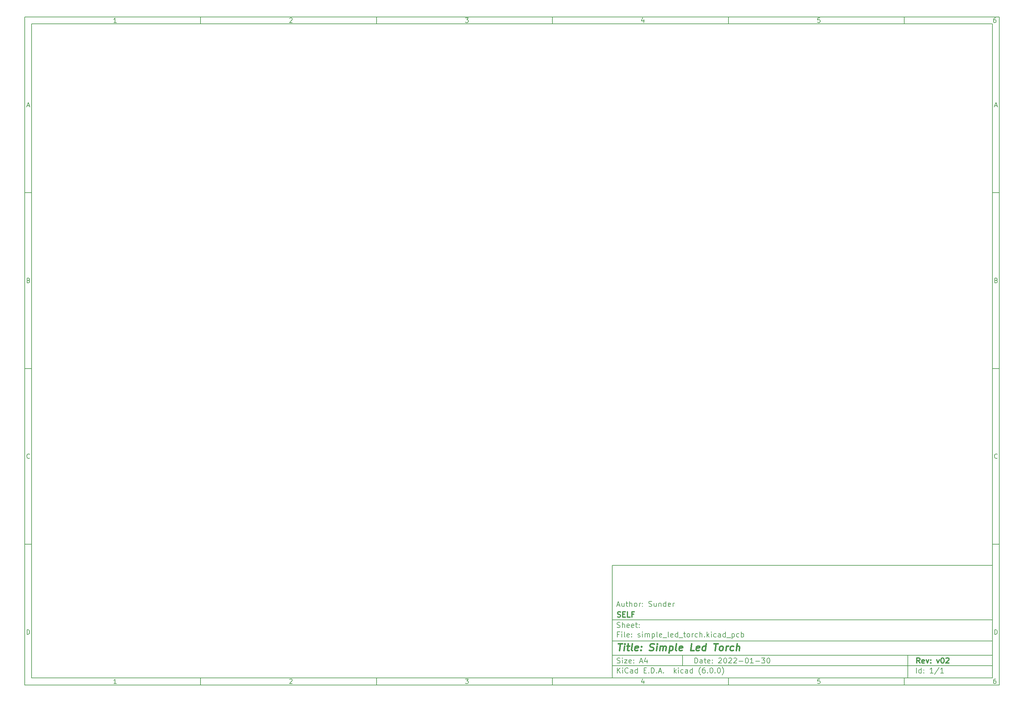
<source format=gbr>
%TF.GenerationSoftware,KiCad,Pcbnew,(6.0.0)*%
%TF.CreationDate,2022-01-30T14:03:22+05:30*%
%TF.ProjectId,simple_led_torch,73696d70-6c65-45f6-9c65-645f746f7263,v02*%
%TF.SameCoordinates,Original*%
%TF.FileFunction,Paste,Bot*%
%TF.FilePolarity,Positive*%
%FSLAX46Y46*%
G04 Gerber Fmt 4.6, Leading zero omitted, Abs format (unit mm)*
G04 Created by KiCad (PCBNEW (6.0.0)) date 2022-01-30 14:03:22*
%MOMM*%
%LPD*%
G01*
G04 APERTURE LIST*
%ADD10C,0.100000*%
%ADD11C,0.150000*%
%ADD12C,0.300000*%
%ADD13C,0.400000*%
G04 APERTURE END LIST*
D10*
D11*
X177002200Y-166007200D02*
X177002200Y-198007200D01*
X285002200Y-198007200D01*
X285002200Y-166007200D01*
X177002200Y-166007200D01*
D10*
D11*
X10000000Y-10000000D02*
X10000000Y-200007200D01*
X287002200Y-200007200D01*
X287002200Y-10000000D01*
X10000000Y-10000000D01*
D10*
D11*
X12000000Y-12000000D02*
X12000000Y-198007200D01*
X285002200Y-198007200D01*
X285002200Y-12000000D01*
X12000000Y-12000000D01*
D10*
D11*
X60000000Y-12000000D02*
X60000000Y-10000000D01*
D10*
D11*
X110000000Y-12000000D02*
X110000000Y-10000000D01*
D10*
D11*
X160000000Y-12000000D02*
X160000000Y-10000000D01*
D10*
D11*
X210000000Y-12000000D02*
X210000000Y-10000000D01*
D10*
D11*
X260000000Y-12000000D02*
X260000000Y-10000000D01*
D10*
D11*
X36065476Y-11588095D02*
X35322619Y-11588095D01*
X35694047Y-11588095D02*
X35694047Y-10288095D01*
X35570238Y-10473809D01*
X35446428Y-10597619D01*
X35322619Y-10659523D01*
D10*
D11*
X85322619Y-10411904D02*
X85384523Y-10350000D01*
X85508333Y-10288095D01*
X85817857Y-10288095D01*
X85941666Y-10350000D01*
X86003571Y-10411904D01*
X86065476Y-10535714D01*
X86065476Y-10659523D01*
X86003571Y-10845238D01*
X85260714Y-11588095D01*
X86065476Y-11588095D01*
D10*
D11*
X135260714Y-10288095D02*
X136065476Y-10288095D01*
X135632142Y-10783333D01*
X135817857Y-10783333D01*
X135941666Y-10845238D01*
X136003571Y-10907142D01*
X136065476Y-11030952D01*
X136065476Y-11340476D01*
X136003571Y-11464285D01*
X135941666Y-11526190D01*
X135817857Y-11588095D01*
X135446428Y-11588095D01*
X135322619Y-11526190D01*
X135260714Y-11464285D01*
D10*
D11*
X185941666Y-10721428D02*
X185941666Y-11588095D01*
X185632142Y-10226190D02*
X185322619Y-11154761D01*
X186127380Y-11154761D01*
D10*
D11*
X236003571Y-10288095D02*
X235384523Y-10288095D01*
X235322619Y-10907142D01*
X235384523Y-10845238D01*
X235508333Y-10783333D01*
X235817857Y-10783333D01*
X235941666Y-10845238D01*
X236003571Y-10907142D01*
X236065476Y-11030952D01*
X236065476Y-11340476D01*
X236003571Y-11464285D01*
X235941666Y-11526190D01*
X235817857Y-11588095D01*
X235508333Y-11588095D01*
X235384523Y-11526190D01*
X235322619Y-11464285D01*
D10*
D11*
X285941666Y-10288095D02*
X285694047Y-10288095D01*
X285570238Y-10350000D01*
X285508333Y-10411904D01*
X285384523Y-10597619D01*
X285322619Y-10845238D01*
X285322619Y-11340476D01*
X285384523Y-11464285D01*
X285446428Y-11526190D01*
X285570238Y-11588095D01*
X285817857Y-11588095D01*
X285941666Y-11526190D01*
X286003571Y-11464285D01*
X286065476Y-11340476D01*
X286065476Y-11030952D01*
X286003571Y-10907142D01*
X285941666Y-10845238D01*
X285817857Y-10783333D01*
X285570238Y-10783333D01*
X285446428Y-10845238D01*
X285384523Y-10907142D01*
X285322619Y-11030952D01*
D10*
D11*
X60000000Y-198007200D02*
X60000000Y-200007200D01*
D10*
D11*
X110000000Y-198007200D02*
X110000000Y-200007200D01*
D10*
D11*
X160000000Y-198007200D02*
X160000000Y-200007200D01*
D10*
D11*
X210000000Y-198007200D02*
X210000000Y-200007200D01*
D10*
D11*
X260000000Y-198007200D02*
X260000000Y-200007200D01*
D10*
D11*
X36065476Y-199595295D02*
X35322619Y-199595295D01*
X35694047Y-199595295D02*
X35694047Y-198295295D01*
X35570238Y-198481009D01*
X35446428Y-198604819D01*
X35322619Y-198666723D01*
D10*
D11*
X85322619Y-198419104D02*
X85384523Y-198357200D01*
X85508333Y-198295295D01*
X85817857Y-198295295D01*
X85941666Y-198357200D01*
X86003571Y-198419104D01*
X86065476Y-198542914D01*
X86065476Y-198666723D01*
X86003571Y-198852438D01*
X85260714Y-199595295D01*
X86065476Y-199595295D01*
D10*
D11*
X135260714Y-198295295D02*
X136065476Y-198295295D01*
X135632142Y-198790533D01*
X135817857Y-198790533D01*
X135941666Y-198852438D01*
X136003571Y-198914342D01*
X136065476Y-199038152D01*
X136065476Y-199347676D01*
X136003571Y-199471485D01*
X135941666Y-199533390D01*
X135817857Y-199595295D01*
X135446428Y-199595295D01*
X135322619Y-199533390D01*
X135260714Y-199471485D01*
D10*
D11*
X185941666Y-198728628D02*
X185941666Y-199595295D01*
X185632142Y-198233390D02*
X185322619Y-199161961D01*
X186127380Y-199161961D01*
D10*
D11*
X236003571Y-198295295D02*
X235384523Y-198295295D01*
X235322619Y-198914342D01*
X235384523Y-198852438D01*
X235508333Y-198790533D01*
X235817857Y-198790533D01*
X235941666Y-198852438D01*
X236003571Y-198914342D01*
X236065476Y-199038152D01*
X236065476Y-199347676D01*
X236003571Y-199471485D01*
X235941666Y-199533390D01*
X235817857Y-199595295D01*
X235508333Y-199595295D01*
X235384523Y-199533390D01*
X235322619Y-199471485D01*
D10*
D11*
X285941666Y-198295295D02*
X285694047Y-198295295D01*
X285570238Y-198357200D01*
X285508333Y-198419104D01*
X285384523Y-198604819D01*
X285322619Y-198852438D01*
X285322619Y-199347676D01*
X285384523Y-199471485D01*
X285446428Y-199533390D01*
X285570238Y-199595295D01*
X285817857Y-199595295D01*
X285941666Y-199533390D01*
X286003571Y-199471485D01*
X286065476Y-199347676D01*
X286065476Y-199038152D01*
X286003571Y-198914342D01*
X285941666Y-198852438D01*
X285817857Y-198790533D01*
X285570238Y-198790533D01*
X285446428Y-198852438D01*
X285384523Y-198914342D01*
X285322619Y-199038152D01*
D10*
D11*
X10000000Y-60000000D02*
X12000000Y-60000000D01*
D10*
D11*
X10000000Y-110000000D02*
X12000000Y-110000000D01*
D10*
D11*
X10000000Y-160000000D02*
X12000000Y-160000000D01*
D10*
D11*
X10690476Y-35216666D02*
X11309523Y-35216666D01*
X10566666Y-35588095D02*
X11000000Y-34288095D01*
X11433333Y-35588095D01*
D10*
D11*
X11092857Y-84907142D02*
X11278571Y-84969047D01*
X11340476Y-85030952D01*
X11402380Y-85154761D01*
X11402380Y-85340476D01*
X11340476Y-85464285D01*
X11278571Y-85526190D01*
X11154761Y-85588095D01*
X10659523Y-85588095D01*
X10659523Y-84288095D01*
X11092857Y-84288095D01*
X11216666Y-84350000D01*
X11278571Y-84411904D01*
X11340476Y-84535714D01*
X11340476Y-84659523D01*
X11278571Y-84783333D01*
X11216666Y-84845238D01*
X11092857Y-84907142D01*
X10659523Y-84907142D01*
D10*
D11*
X11402380Y-135464285D02*
X11340476Y-135526190D01*
X11154761Y-135588095D01*
X11030952Y-135588095D01*
X10845238Y-135526190D01*
X10721428Y-135402380D01*
X10659523Y-135278571D01*
X10597619Y-135030952D01*
X10597619Y-134845238D01*
X10659523Y-134597619D01*
X10721428Y-134473809D01*
X10845238Y-134350000D01*
X11030952Y-134288095D01*
X11154761Y-134288095D01*
X11340476Y-134350000D01*
X11402380Y-134411904D01*
D10*
D11*
X10659523Y-185588095D02*
X10659523Y-184288095D01*
X10969047Y-184288095D01*
X11154761Y-184350000D01*
X11278571Y-184473809D01*
X11340476Y-184597619D01*
X11402380Y-184845238D01*
X11402380Y-185030952D01*
X11340476Y-185278571D01*
X11278571Y-185402380D01*
X11154761Y-185526190D01*
X10969047Y-185588095D01*
X10659523Y-185588095D01*
D10*
D11*
X287002200Y-60000000D02*
X285002200Y-60000000D01*
D10*
D11*
X287002200Y-110000000D02*
X285002200Y-110000000D01*
D10*
D11*
X287002200Y-160000000D02*
X285002200Y-160000000D01*
D10*
D11*
X285692676Y-35216666D02*
X286311723Y-35216666D01*
X285568866Y-35588095D02*
X286002200Y-34288095D01*
X286435533Y-35588095D01*
D10*
D11*
X286095057Y-84907142D02*
X286280771Y-84969047D01*
X286342676Y-85030952D01*
X286404580Y-85154761D01*
X286404580Y-85340476D01*
X286342676Y-85464285D01*
X286280771Y-85526190D01*
X286156961Y-85588095D01*
X285661723Y-85588095D01*
X285661723Y-84288095D01*
X286095057Y-84288095D01*
X286218866Y-84350000D01*
X286280771Y-84411904D01*
X286342676Y-84535714D01*
X286342676Y-84659523D01*
X286280771Y-84783333D01*
X286218866Y-84845238D01*
X286095057Y-84907142D01*
X285661723Y-84907142D01*
D10*
D11*
X286404580Y-135464285D02*
X286342676Y-135526190D01*
X286156961Y-135588095D01*
X286033152Y-135588095D01*
X285847438Y-135526190D01*
X285723628Y-135402380D01*
X285661723Y-135278571D01*
X285599819Y-135030952D01*
X285599819Y-134845238D01*
X285661723Y-134597619D01*
X285723628Y-134473809D01*
X285847438Y-134350000D01*
X286033152Y-134288095D01*
X286156961Y-134288095D01*
X286342676Y-134350000D01*
X286404580Y-134411904D01*
D10*
D11*
X285661723Y-185588095D02*
X285661723Y-184288095D01*
X285971247Y-184288095D01*
X286156961Y-184350000D01*
X286280771Y-184473809D01*
X286342676Y-184597619D01*
X286404580Y-184845238D01*
X286404580Y-185030952D01*
X286342676Y-185278571D01*
X286280771Y-185402380D01*
X286156961Y-185526190D01*
X285971247Y-185588095D01*
X285661723Y-185588095D01*
D10*
D11*
X200434342Y-193785771D02*
X200434342Y-192285771D01*
X200791485Y-192285771D01*
X201005771Y-192357200D01*
X201148628Y-192500057D01*
X201220057Y-192642914D01*
X201291485Y-192928628D01*
X201291485Y-193142914D01*
X201220057Y-193428628D01*
X201148628Y-193571485D01*
X201005771Y-193714342D01*
X200791485Y-193785771D01*
X200434342Y-193785771D01*
X202577200Y-193785771D02*
X202577200Y-193000057D01*
X202505771Y-192857200D01*
X202362914Y-192785771D01*
X202077200Y-192785771D01*
X201934342Y-192857200D01*
X202577200Y-193714342D02*
X202434342Y-193785771D01*
X202077200Y-193785771D01*
X201934342Y-193714342D01*
X201862914Y-193571485D01*
X201862914Y-193428628D01*
X201934342Y-193285771D01*
X202077200Y-193214342D01*
X202434342Y-193214342D01*
X202577200Y-193142914D01*
X203077200Y-192785771D02*
X203648628Y-192785771D01*
X203291485Y-192285771D02*
X203291485Y-193571485D01*
X203362914Y-193714342D01*
X203505771Y-193785771D01*
X203648628Y-193785771D01*
X204720057Y-193714342D02*
X204577200Y-193785771D01*
X204291485Y-193785771D01*
X204148628Y-193714342D01*
X204077200Y-193571485D01*
X204077200Y-193000057D01*
X204148628Y-192857200D01*
X204291485Y-192785771D01*
X204577200Y-192785771D01*
X204720057Y-192857200D01*
X204791485Y-193000057D01*
X204791485Y-193142914D01*
X204077200Y-193285771D01*
X205434342Y-193642914D02*
X205505771Y-193714342D01*
X205434342Y-193785771D01*
X205362914Y-193714342D01*
X205434342Y-193642914D01*
X205434342Y-193785771D01*
X205434342Y-192857200D02*
X205505771Y-192928628D01*
X205434342Y-193000057D01*
X205362914Y-192928628D01*
X205434342Y-192857200D01*
X205434342Y-193000057D01*
X207220057Y-192428628D02*
X207291485Y-192357200D01*
X207434342Y-192285771D01*
X207791485Y-192285771D01*
X207934342Y-192357200D01*
X208005771Y-192428628D01*
X208077200Y-192571485D01*
X208077200Y-192714342D01*
X208005771Y-192928628D01*
X207148628Y-193785771D01*
X208077200Y-193785771D01*
X209005771Y-192285771D02*
X209148628Y-192285771D01*
X209291485Y-192357200D01*
X209362914Y-192428628D01*
X209434342Y-192571485D01*
X209505771Y-192857200D01*
X209505771Y-193214342D01*
X209434342Y-193500057D01*
X209362914Y-193642914D01*
X209291485Y-193714342D01*
X209148628Y-193785771D01*
X209005771Y-193785771D01*
X208862914Y-193714342D01*
X208791485Y-193642914D01*
X208720057Y-193500057D01*
X208648628Y-193214342D01*
X208648628Y-192857200D01*
X208720057Y-192571485D01*
X208791485Y-192428628D01*
X208862914Y-192357200D01*
X209005771Y-192285771D01*
X210077200Y-192428628D02*
X210148628Y-192357200D01*
X210291485Y-192285771D01*
X210648628Y-192285771D01*
X210791485Y-192357200D01*
X210862914Y-192428628D01*
X210934342Y-192571485D01*
X210934342Y-192714342D01*
X210862914Y-192928628D01*
X210005771Y-193785771D01*
X210934342Y-193785771D01*
X211505771Y-192428628D02*
X211577200Y-192357200D01*
X211720057Y-192285771D01*
X212077200Y-192285771D01*
X212220057Y-192357200D01*
X212291485Y-192428628D01*
X212362914Y-192571485D01*
X212362914Y-192714342D01*
X212291485Y-192928628D01*
X211434342Y-193785771D01*
X212362914Y-193785771D01*
X213005771Y-193214342D02*
X214148628Y-193214342D01*
X215148628Y-192285771D02*
X215291485Y-192285771D01*
X215434342Y-192357200D01*
X215505771Y-192428628D01*
X215577200Y-192571485D01*
X215648628Y-192857200D01*
X215648628Y-193214342D01*
X215577200Y-193500057D01*
X215505771Y-193642914D01*
X215434342Y-193714342D01*
X215291485Y-193785771D01*
X215148628Y-193785771D01*
X215005771Y-193714342D01*
X214934342Y-193642914D01*
X214862914Y-193500057D01*
X214791485Y-193214342D01*
X214791485Y-192857200D01*
X214862914Y-192571485D01*
X214934342Y-192428628D01*
X215005771Y-192357200D01*
X215148628Y-192285771D01*
X217077200Y-193785771D02*
X216220057Y-193785771D01*
X216648628Y-193785771D02*
X216648628Y-192285771D01*
X216505771Y-192500057D01*
X216362914Y-192642914D01*
X216220057Y-192714342D01*
X217720057Y-193214342D02*
X218862914Y-193214342D01*
X219434342Y-192285771D02*
X220362914Y-192285771D01*
X219862914Y-192857200D01*
X220077200Y-192857200D01*
X220220057Y-192928628D01*
X220291485Y-193000057D01*
X220362914Y-193142914D01*
X220362914Y-193500057D01*
X220291485Y-193642914D01*
X220220057Y-193714342D01*
X220077200Y-193785771D01*
X219648628Y-193785771D01*
X219505771Y-193714342D01*
X219434342Y-193642914D01*
X221291485Y-192285771D02*
X221434342Y-192285771D01*
X221577200Y-192357200D01*
X221648628Y-192428628D01*
X221720057Y-192571485D01*
X221791485Y-192857200D01*
X221791485Y-193214342D01*
X221720057Y-193500057D01*
X221648628Y-193642914D01*
X221577200Y-193714342D01*
X221434342Y-193785771D01*
X221291485Y-193785771D01*
X221148628Y-193714342D01*
X221077200Y-193642914D01*
X221005771Y-193500057D01*
X220934342Y-193214342D01*
X220934342Y-192857200D01*
X221005771Y-192571485D01*
X221077200Y-192428628D01*
X221148628Y-192357200D01*
X221291485Y-192285771D01*
D10*
D11*
X177002200Y-194507200D02*
X285002200Y-194507200D01*
D10*
D11*
X178434342Y-196585771D02*
X178434342Y-195085771D01*
X179291485Y-196585771D02*
X178648628Y-195728628D01*
X179291485Y-195085771D02*
X178434342Y-195942914D01*
X179934342Y-196585771D02*
X179934342Y-195585771D01*
X179934342Y-195085771D02*
X179862914Y-195157200D01*
X179934342Y-195228628D01*
X180005771Y-195157200D01*
X179934342Y-195085771D01*
X179934342Y-195228628D01*
X181505771Y-196442914D02*
X181434342Y-196514342D01*
X181220057Y-196585771D01*
X181077200Y-196585771D01*
X180862914Y-196514342D01*
X180720057Y-196371485D01*
X180648628Y-196228628D01*
X180577200Y-195942914D01*
X180577200Y-195728628D01*
X180648628Y-195442914D01*
X180720057Y-195300057D01*
X180862914Y-195157200D01*
X181077200Y-195085771D01*
X181220057Y-195085771D01*
X181434342Y-195157200D01*
X181505771Y-195228628D01*
X182791485Y-196585771D02*
X182791485Y-195800057D01*
X182720057Y-195657200D01*
X182577200Y-195585771D01*
X182291485Y-195585771D01*
X182148628Y-195657200D01*
X182791485Y-196514342D02*
X182648628Y-196585771D01*
X182291485Y-196585771D01*
X182148628Y-196514342D01*
X182077200Y-196371485D01*
X182077200Y-196228628D01*
X182148628Y-196085771D01*
X182291485Y-196014342D01*
X182648628Y-196014342D01*
X182791485Y-195942914D01*
X184148628Y-196585771D02*
X184148628Y-195085771D01*
X184148628Y-196514342D02*
X184005771Y-196585771D01*
X183720057Y-196585771D01*
X183577200Y-196514342D01*
X183505771Y-196442914D01*
X183434342Y-196300057D01*
X183434342Y-195871485D01*
X183505771Y-195728628D01*
X183577200Y-195657200D01*
X183720057Y-195585771D01*
X184005771Y-195585771D01*
X184148628Y-195657200D01*
X186005771Y-195800057D02*
X186505771Y-195800057D01*
X186720057Y-196585771D02*
X186005771Y-196585771D01*
X186005771Y-195085771D01*
X186720057Y-195085771D01*
X187362914Y-196442914D02*
X187434342Y-196514342D01*
X187362914Y-196585771D01*
X187291485Y-196514342D01*
X187362914Y-196442914D01*
X187362914Y-196585771D01*
X188077200Y-196585771D02*
X188077200Y-195085771D01*
X188434342Y-195085771D01*
X188648628Y-195157200D01*
X188791485Y-195300057D01*
X188862914Y-195442914D01*
X188934342Y-195728628D01*
X188934342Y-195942914D01*
X188862914Y-196228628D01*
X188791485Y-196371485D01*
X188648628Y-196514342D01*
X188434342Y-196585771D01*
X188077200Y-196585771D01*
X189577200Y-196442914D02*
X189648628Y-196514342D01*
X189577200Y-196585771D01*
X189505771Y-196514342D01*
X189577200Y-196442914D01*
X189577200Y-196585771D01*
X190220057Y-196157200D02*
X190934342Y-196157200D01*
X190077200Y-196585771D02*
X190577200Y-195085771D01*
X191077200Y-196585771D01*
X191577200Y-196442914D02*
X191648628Y-196514342D01*
X191577200Y-196585771D01*
X191505771Y-196514342D01*
X191577200Y-196442914D01*
X191577200Y-196585771D01*
X194577200Y-196585771D02*
X194577200Y-195085771D01*
X194720057Y-196014342D02*
X195148628Y-196585771D01*
X195148628Y-195585771D02*
X194577200Y-196157200D01*
X195791485Y-196585771D02*
X195791485Y-195585771D01*
X195791485Y-195085771D02*
X195720057Y-195157200D01*
X195791485Y-195228628D01*
X195862914Y-195157200D01*
X195791485Y-195085771D01*
X195791485Y-195228628D01*
X197148628Y-196514342D02*
X197005771Y-196585771D01*
X196720057Y-196585771D01*
X196577200Y-196514342D01*
X196505771Y-196442914D01*
X196434342Y-196300057D01*
X196434342Y-195871485D01*
X196505771Y-195728628D01*
X196577200Y-195657200D01*
X196720057Y-195585771D01*
X197005771Y-195585771D01*
X197148628Y-195657200D01*
X198434342Y-196585771D02*
X198434342Y-195800057D01*
X198362914Y-195657200D01*
X198220057Y-195585771D01*
X197934342Y-195585771D01*
X197791485Y-195657200D01*
X198434342Y-196514342D02*
X198291485Y-196585771D01*
X197934342Y-196585771D01*
X197791485Y-196514342D01*
X197720057Y-196371485D01*
X197720057Y-196228628D01*
X197791485Y-196085771D01*
X197934342Y-196014342D01*
X198291485Y-196014342D01*
X198434342Y-195942914D01*
X199791485Y-196585771D02*
X199791485Y-195085771D01*
X199791485Y-196514342D02*
X199648628Y-196585771D01*
X199362914Y-196585771D01*
X199220057Y-196514342D01*
X199148628Y-196442914D01*
X199077200Y-196300057D01*
X199077200Y-195871485D01*
X199148628Y-195728628D01*
X199220057Y-195657200D01*
X199362914Y-195585771D01*
X199648628Y-195585771D01*
X199791485Y-195657200D01*
X202077200Y-197157200D02*
X202005771Y-197085771D01*
X201862914Y-196871485D01*
X201791485Y-196728628D01*
X201720057Y-196514342D01*
X201648628Y-196157200D01*
X201648628Y-195871485D01*
X201720057Y-195514342D01*
X201791485Y-195300057D01*
X201862914Y-195157200D01*
X202005771Y-194942914D01*
X202077200Y-194871485D01*
X203291485Y-195085771D02*
X203005771Y-195085771D01*
X202862914Y-195157200D01*
X202791485Y-195228628D01*
X202648628Y-195442914D01*
X202577200Y-195728628D01*
X202577200Y-196300057D01*
X202648628Y-196442914D01*
X202720057Y-196514342D01*
X202862914Y-196585771D01*
X203148628Y-196585771D01*
X203291485Y-196514342D01*
X203362914Y-196442914D01*
X203434342Y-196300057D01*
X203434342Y-195942914D01*
X203362914Y-195800057D01*
X203291485Y-195728628D01*
X203148628Y-195657200D01*
X202862914Y-195657200D01*
X202720057Y-195728628D01*
X202648628Y-195800057D01*
X202577200Y-195942914D01*
X204077200Y-196442914D02*
X204148628Y-196514342D01*
X204077200Y-196585771D01*
X204005771Y-196514342D01*
X204077200Y-196442914D01*
X204077200Y-196585771D01*
X205077200Y-195085771D02*
X205220057Y-195085771D01*
X205362914Y-195157200D01*
X205434342Y-195228628D01*
X205505771Y-195371485D01*
X205577200Y-195657200D01*
X205577200Y-196014342D01*
X205505771Y-196300057D01*
X205434342Y-196442914D01*
X205362914Y-196514342D01*
X205220057Y-196585771D01*
X205077200Y-196585771D01*
X204934342Y-196514342D01*
X204862914Y-196442914D01*
X204791485Y-196300057D01*
X204720057Y-196014342D01*
X204720057Y-195657200D01*
X204791485Y-195371485D01*
X204862914Y-195228628D01*
X204934342Y-195157200D01*
X205077200Y-195085771D01*
X206220057Y-196442914D02*
X206291485Y-196514342D01*
X206220057Y-196585771D01*
X206148628Y-196514342D01*
X206220057Y-196442914D01*
X206220057Y-196585771D01*
X207220057Y-195085771D02*
X207362914Y-195085771D01*
X207505771Y-195157200D01*
X207577200Y-195228628D01*
X207648628Y-195371485D01*
X207720057Y-195657200D01*
X207720057Y-196014342D01*
X207648628Y-196300057D01*
X207577200Y-196442914D01*
X207505771Y-196514342D01*
X207362914Y-196585771D01*
X207220057Y-196585771D01*
X207077200Y-196514342D01*
X207005771Y-196442914D01*
X206934342Y-196300057D01*
X206862914Y-196014342D01*
X206862914Y-195657200D01*
X206934342Y-195371485D01*
X207005771Y-195228628D01*
X207077200Y-195157200D01*
X207220057Y-195085771D01*
X208220057Y-197157200D02*
X208291485Y-197085771D01*
X208434342Y-196871485D01*
X208505771Y-196728628D01*
X208577200Y-196514342D01*
X208648628Y-196157200D01*
X208648628Y-195871485D01*
X208577200Y-195514342D01*
X208505771Y-195300057D01*
X208434342Y-195157200D01*
X208291485Y-194942914D01*
X208220057Y-194871485D01*
D10*
D11*
X177002200Y-191507200D02*
X285002200Y-191507200D01*
D10*
D12*
X264411485Y-193785771D02*
X263911485Y-193071485D01*
X263554342Y-193785771D02*
X263554342Y-192285771D01*
X264125771Y-192285771D01*
X264268628Y-192357200D01*
X264340057Y-192428628D01*
X264411485Y-192571485D01*
X264411485Y-192785771D01*
X264340057Y-192928628D01*
X264268628Y-193000057D01*
X264125771Y-193071485D01*
X263554342Y-193071485D01*
X265625771Y-193714342D02*
X265482914Y-193785771D01*
X265197200Y-193785771D01*
X265054342Y-193714342D01*
X264982914Y-193571485D01*
X264982914Y-193000057D01*
X265054342Y-192857200D01*
X265197200Y-192785771D01*
X265482914Y-192785771D01*
X265625771Y-192857200D01*
X265697200Y-193000057D01*
X265697200Y-193142914D01*
X264982914Y-193285771D01*
X266197200Y-192785771D02*
X266554342Y-193785771D01*
X266911485Y-192785771D01*
X267482914Y-193642914D02*
X267554342Y-193714342D01*
X267482914Y-193785771D01*
X267411485Y-193714342D01*
X267482914Y-193642914D01*
X267482914Y-193785771D01*
X267482914Y-192857200D02*
X267554342Y-192928628D01*
X267482914Y-193000057D01*
X267411485Y-192928628D01*
X267482914Y-192857200D01*
X267482914Y-193000057D01*
X269197200Y-192785771D02*
X269554342Y-193785771D01*
X269911485Y-192785771D01*
X270768628Y-192285771D02*
X270911485Y-192285771D01*
X271054342Y-192357200D01*
X271125771Y-192428628D01*
X271197200Y-192571485D01*
X271268628Y-192857200D01*
X271268628Y-193214342D01*
X271197200Y-193500057D01*
X271125771Y-193642914D01*
X271054342Y-193714342D01*
X270911485Y-193785771D01*
X270768628Y-193785771D01*
X270625771Y-193714342D01*
X270554342Y-193642914D01*
X270482914Y-193500057D01*
X270411485Y-193214342D01*
X270411485Y-192857200D01*
X270482914Y-192571485D01*
X270554342Y-192428628D01*
X270625771Y-192357200D01*
X270768628Y-192285771D01*
X271840057Y-192428628D02*
X271911485Y-192357200D01*
X272054342Y-192285771D01*
X272411485Y-192285771D01*
X272554342Y-192357200D01*
X272625771Y-192428628D01*
X272697200Y-192571485D01*
X272697200Y-192714342D01*
X272625771Y-192928628D01*
X271768628Y-193785771D01*
X272697200Y-193785771D01*
D10*
D11*
X178362914Y-193714342D02*
X178577200Y-193785771D01*
X178934342Y-193785771D01*
X179077200Y-193714342D01*
X179148628Y-193642914D01*
X179220057Y-193500057D01*
X179220057Y-193357200D01*
X179148628Y-193214342D01*
X179077200Y-193142914D01*
X178934342Y-193071485D01*
X178648628Y-193000057D01*
X178505771Y-192928628D01*
X178434342Y-192857200D01*
X178362914Y-192714342D01*
X178362914Y-192571485D01*
X178434342Y-192428628D01*
X178505771Y-192357200D01*
X178648628Y-192285771D01*
X179005771Y-192285771D01*
X179220057Y-192357200D01*
X179862914Y-193785771D02*
X179862914Y-192785771D01*
X179862914Y-192285771D02*
X179791485Y-192357200D01*
X179862914Y-192428628D01*
X179934342Y-192357200D01*
X179862914Y-192285771D01*
X179862914Y-192428628D01*
X180434342Y-192785771D02*
X181220057Y-192785771D01*
X180434342Y-193785771D01*
X181220057Y-193785771D01*
X182362914Y-193714342D02*
X182220057Y-193785771D01*
X181934342Y-193785771D01*
X181791485Y-193714342D01*
X181720057Y-193571485D01*
X181720057Y-193000057D01*
X181791485Y-192857200D01*
X181934342Y-192785771D01*
X182220057Y-192785771D01*
X182362914Y-192857200D01*
X182434342Y-193000057D01*
X182434342Y-193142914D01*
X181720057Y-193285771D01*
X183077200Y-193642914D02*
X183148628Y-193714342D01*
X183077200Y-193785771D01*
X183005771Y-193714342D01*
X183077200Y-193642914D01*
X183077200Y-193785771D01*
X183077200Y-192857200D02*
X183148628Y-192928628D01*
X183077200Y-193000057D01*
X183005771Y-192928628D01*
X183077200Y-192857200D01*
X183077200Y-193000057D01*
X184862914Y-193357200D02*
X185577200Y-193357200D01*
X184720057Y-193785771D02*
X185220057Y-192285771D01*
X185720057Y-193785771D01*
X186862914Y-192785771D02*
X186862914Y-193785771D01*
X186505771Y-192214342D02*
X186148628Y-193285771D01*
X187077200Y-193285771D01*
D10*
D11*
X263434342Y-196585771D02*
X263434342Y-195085771D01*
X264791485Y-196585771D02*
X264791485Y-195085771D01*
X264791485Y-196514342D02*
X264648628Y-196585771D01*
X264362914Y-196585771D01*
X264220057Y-196514342D01*
X264148628Y-196442914D01*
X264077200Y-196300057D01*
X264077200Y-195871485D01*
X264148628Y-195728628D01*
X264220057Y-195657200D01*
X264362914Y-195585771D01*
X264648628Y-195585771D01*
X264791485Y-195657200D01*
X265505771Y-196442914D02*
X265577200Y-196514342D01*
X265505771Y-196585771D01*
X265434342Y-196514342D01*
X265505771Y-196442914D01*
X265505771Y-196585771D01*
X265505771Y-195657200D02*
X265577200Y-195728628D01*
X265505771Y-195800057D01*
X265434342Y-195728628D01*
X265505771Y-195657200D01*
X265505771Y-195800057D01*
X268148628Y-196585771D02*
X267291485Y-196585771D01*
X267720057Y-196585771D02*
X267720057Y-195085771D01*
X267577200Y-195300057D01*
X267434342Y-195442914D01*
X267291485Y-195514342D01*
X269862914Y-195014342D02*
X268577200Y-196942914D01*
X271148628Y-196585771D02*
X270291485Y-196585771D01*
X270720057Y-196585771D02*
X270720057Y-195085771D01*
X270577200Y-195300057D01*
X270434342Y-195442914D01*
X270291485Y-195514342D01*
D10*
D11*
X177002200Y-187507200D02*
X285002200Y-187507200D01*
D10*
D13*
X178714580Y-188211961D02*
X179857438Y-188211961D01*
X179036009Y-190211961D02*
X179286009Y-188211961D01*
X180274104Y-190211961D02*
X180440771Y-188878628D01*
X180524104Y-188211961D02*
X180416961Y-188307200D01*
X180500295Y-188402438D01*
X180607438Y-188307200D01*
X180524104Y-188211961D01*
X180500295Y-188402438D01*
X181107438Y-188878628D02*
X181869342Y-188878628D01*
X181476485Y-188211961D02*
X181262200Y-189926247D01*
X181333628Y-190116723D01*
X181512200Y-190211961D01*
X181702676Y-190211961D01*
X182655057Y-190211961D02*
X182476485Y-190116723D01*
X182405057Y-189926247D01*
X182619342Y-188211961D01*
X184190771Y-190116723D02*
X183988390Y-190211961D01*
X183607438Y-190211961D01*
X183428866Y-190116723D01*
X183357438Y-189926247D01*
X183452676Y-189164342D01*
X183571723Y-188973866D01*
X183774104Y-188878628D01*
X184155057Y-188878628D01*
X184333628Y-188973866D01*
X184405057Y-189164342D01*
X184381247Y-189354819D01*
X183405057Y-189545295D01*
X185155057Y-190021485D02*
X185238390Y-190116723D01*
X185131247Y-190211961D01*
X185047914Y-190116723D01*
X185155057Y-190021485D01*
X185131247Y-190211961D01*
X185286009Y-188973866D02*
X185369342Y-189069104D01*
X185262200Y-189164342D01*
X185178866Y-189069104D01*
X185286009Y-188973866D01*
X185262200Y-189164342D01*
X187524104Y-190116723D02*
X187797914Y-190211961D01*
X188274104Y-190211961D01*
X188476485Y-190116723D01*
X188583628Y-190021485D01*
X188702676Y-189831009D01*
X188726485Y-189640533D01*
X188655057Y-189450057D01*
X188571723Y-189354819D01*
X188393152Y-189259580D01*
X188024104Y-189164342D01*
X187845533Y-189069104D01*
X187762200Y-188973866D01*
X187690771Y-188783390D01*
X187714580Y-188592914D01*
X187833628Y-188402438D01*
X187940771Y-188307200D01*
X188143152Y-188211961D01*
X188619342Y-188211961D01*
X188893152Y-188307200D01*
X189512200Y-190211961D02*
X189678866Y-188878628D01*
X189762200Y-188211961D02*
X189655057Y-188307200D01*
X189738390Y-188402438D01*
X189845533Y-188307200D01*
X189762200Y-188211961D01*
X189738390Y-188402438D01*
X190464580Y-190211961D02*
X190631247Y-188878628D01*
X190607438Y-189069104D02*
X190714580Y-188973866D01*
X190916961Y-188878628D01*
X191202676Y-188878628D01*
X191381247Y-188973866D01*
X191452676Y-189164342D01*
X191321723Y-190211961D01*
X191452676Y-189164342D02*
X191571723Y-188973866D01*
X191774104Y-188878628D01*
X192059819Y-188878628D01*
X192238390Y-188973866D01*
X192309819Y-189164342D01*
X192178866Y-190211961D01*
X193297914Y-188878628D02*
X193047914Y-190878628D01*
X193286009Y-188973866D02*
X193488390Y-188878628D01*
X193869342Y-188878628D01*
X194047914Y-188973866D01*
X194131247Y-189069104D01*
X194202676Y-189259580D01*
X194131247Y-189831009D01*
X194012200Y-190021485D01*
X193905057Y-190116723D01*
X193702676Y-190211961D01*
X193321723Y-190211961D01*
X193143152Y-190116723D01*
X195226485Y-190211961D02*
X195047914Y-190116723D01*
X194976485Y-189926247D01*
X195190771Y-188211961D01*
X196762200Y-190116723D02*
X196559819Y-190211961D01*
X196178866Y-190211961D01*
X196000295Y-190116723D01*
X195928866Y-189926247D01*
X196024104Y-189164342D01*
X196143152Y-188973866D01*
X196345533Y-188878628D01*
X196726485Y-188878628D01*
X196905057Y-188973866D01*
X196976485Y-189164342D01*
X196952676Y-189354819D01*
X195976485Y-189545295D01*
X200178866Y-190211961D02*
X199226485Y-190211961D01*
X199476485Y-188211961D01*
X201619342Y-190116723D02*
X201416961Y-190211961D01*
X201036009Y-190211961D01*
X200857438Y-190116723D01*
X200786009Y-189926247D01*
X200881247Y-189164342D01*
X201000295Y-188973866D01*
X201202676Y-188878628D01*
X201583628Y-188878628D01*
X201762200Y-188973866D01*
X201833628Y-189164342D01*
X201809819Y-189354819D01*
X200833628Y-189545295D01*
X203416961Y-190211961D02*
X203666961Y-188211961D01*
X203428866Y-190116723D02*
X203226485Y-190211961D01*
X202845533Y-190211961D01*
X202666961Y-190116723D01*
X202583628Y-190021485D01*
X202512200Y-189831009D01*
X202583628Y-189259580D01*
X202702676Y-189069104D01*
X202809819Y-188973866D01*
X203012200Y-188878628D01*
X203393152Y-188878628D01*
X203571723Y-188973866D01*
X205857438Y-188211961D02*
X207000295Y-188211961D01*
X206178866Y-190211961D02*
X206428866Y-188211961D01*
X207702676Y-190211961D02*
X207524104Y-190116723D01*
X207440771Y-190021485D01*
X207369342Y-189831009D01*
X207440771Y-189259580D01*
X207559819Y-189069104D01*
X207666961Y-188973866D01*
X207869342Y-188878628D01*
X208155057Y-188878628D01*
X208333628Y-188973866D01*
X208416961Y-189069104D01*
X208488390Y-189259580D01*
X208416961Y-189831009D01*
X208297914Y-190021485D01*
X208190771Y-190116723D01*
X207988390Y-190211961D01*
X207702676Y-190211961D01*
X209226485Y-190211961D02*
X209393152Y-188878628D01*
X209345533Y-189259580D02*
X209464580Y-189069104D01*
X209571723Y-188973866D01*
X209774104Y-188878628D01*
X209964580Y-188878628D01*
X211333628Y-190116723D02*
X211131247Y-190211961D01*
X210750295Y-190211961D01*
X210571723Y-190116723D01*
X210488390Y-190021485D01*
X210416961Y-189831009D01*
X210488390Y-189259580D01*
X210607438Y-189069104D01*
X210714580Y-188973866D01*
X210916961Y-188878628D01*
X211297914Y-188878628D01*
X211476485Y-188973866D01*
X212178866Y-190211961D02*
X212428866Y-188211961D01*
X213036009Y-190211961D02*
X213166961Y-189164342D01*
X213095533Y-188973866D01*
X212916961Y-188878628D01*
X212631247Y-188878628D01*
X212428866Y-188973866D01*
X212321723Y-189069104D01*
D10*
D11*
X178934342Y-185600057D02*
X178434342Y-185600057D01*
X178434342Y-186385771D02*
X178434342Y-184885771D01*
X179148628Y-184885771D01*
X179720057Y-186385771D02*
X179720057Y-185385771D01*
X179720057Y-184885771D02*
X179648628Y-184957200D01*
X179720057Y-185028628D01*
X179791485Y-184957200D01*
X179720057Y-184885771D01*
X179720057Y-185028628D01*
X180648628Y-186385771D02*
X180505771Y-186314342D01*
X180434342Y-186171485D01*
X180434342Y-184885771D01*
X181791485Y-186314342D02*
X181648628Y-186385771D01*
X181362914Y-186385771D01*
X181220057Y-186314342D01*
X181148628Y-186171485D01*
X181148628Y-185600057D01*
X181220057Y-185457200D01*
X181362914Y-185385771D01*
X181648628Y-185385771D01*
X181791485Y-185457200D01*
X181862914Y-185600057D01*
X181862914Y-185742914D01*
X181148628Y-185885771D01*
X182505771Y-186242914D02*
X182577200Y-186314342D01*
X182505771Y-186385771D01*
X182434342Y-186314342D01*
X182505771Y-186242914D01*
X182505771Y-186385771D01*
X182505771Y-185457200D02*
X182577200Y-185528628D01*
X182505771Y-185600057D01*
X182434342Y-185528628D01*
X182505771Y-185457200D01*
X182505771Y-185600057D01*
X184291485Y-186314342D02*
X184434342Y-186385771D01*
X184720057Y-186385771D01*
X184862914Y-186314342D01*
X184934342Y-186171485D01*
X184934342Y-186100057D01*
X184862914Y-185957200D01*
X184720057Y-185885771D01*
X184505771Y-185885771D01*
X184362914Y-185814342D01*
X184291485Y-185671485D01*
X184291485Y-185600057D01*
X184362914Y-185457200D01*
X184505771Y-185385771D01*
X184720057Y-185385771D01*
X184862914Y-185457200D01*
X185577200Y-186385771D02*
X185577200Y-185385771D01*
X185577200Y-184885771D02*
X185505771Y-184957200D01*
X185577200Y-185028628D01*
X185648628Y-184957200D01*
X185577200Y-184885771D01*
X185577200Y-185028628D01*
X186291485Y-186385771D02*
X186291485Y-185385771D01*
X186291485Y-185528628D02*
X186362914Y-185457200D01*
X186505771Y-185385771D01*
X186720057Y-185385771D01*
X186862914Y-185457200D01*
X186934342Y-185600057D01*
X186934342Y-186385771D01*
X186934342Y-185600057D02*
X187005771Y-185457200D01*
X187148628Y-185385771D01*
X187362914Y-185385771D01*
X187505771Y-185457200D01*
X187577200Y-185600057D01*
X187577200Y-186385771D01*
X188291485Y-185385771D02*
X188291485Y-186885771D01*
X188291485Y-185457200D02*
X188434342Y-185385771D01*
X188720057Y-185385771D01*
X188862914Y-185457200D01*
X188934342Y-185528628D01*
X189005771Y-185671485D01*
X189005771Y-186100057D01*
X188934342Y-186242914D01*
X188862914Y-186314342D01*
X188720057Y-186385771D01*
X188434342Y-186385771D01*
X188291485Y-186314342D01*
X189862914Y-186385771D02*
X189720057Y-186314342D01*
X189648628Y-186171485D01*
X189648628Y-184885771D01*
X191005771Y-186314342D02*
X190862914Y-186385771D01*
X190577200Y-186385771D01*
X190434342Y-186314342D01*
X190362914Y-186171485D01*
X190362914Y-185600057D01*
X190434342Y-185457200D01*
X190577200Y-185385771D01*
X190862914Y-185385771D01*
X191005771Y-185457200D01*
X191077200Y-185600057D01*
X191077200Y-185742914D01*
X190362914Y-185885771D01*
X191362914Y-186528628D02*
X192505771Y-186528628D01*
X193077200Y-186385771D02*
X192934342Y-186314342D01*
X192862914Y-186171485D01*
X192862914Y-184885771D01*
X194220057Y-186314342D02*
X194077200Y-186385771D01*
X193791485Y-186385771D01*
X193648628Y-186314342D01*
X193577200Y-186171485D01*
X193577200Y-185600057D01*
X193648628Y-185457200D01*
X193791485Y-185385771D01*
X194077200Y-185385771D01*
X194220057Y-185457200D01*
X194291485Y-185600057D01*
X194291485Y-185742914D01*
X193577200Y-185885771D01*
X195577200Y-186385771D02*
X195577200Y-184885771D01*
X195577200Y-186314342D02*
X195434342Y-186385771D01*
X195148628Y-186385771D01*
X195005771Y-186314342D01*
X194934342Y-186242914D01*
X194862914Y-186100057D01*
X194862914Y-185671485D01*
X194934342Y-185528628D01*
X195005771Y-185457200D01*
X195148628Y-185385771D01*
X195434342Y-185385771D01*
X195577200Y-185457200D01*
X195934342Y-186528628D02*
X197077200Y-186528628D01*
X197220057Y-185385771D02*
X197791485Y-185385771D01*
X197434342Y-184885771D02*
X197434342Y-186171485D01*
X197505771Y-186314342D01*
X197648628Y-186385771D01*
X197791485Y-186385771D01*
X198505771Y-186385771D02*
X198362914Y-186314342D01*
X198291485Y-186242914D01*
X198220057Y-186100057D01*
X198220057Y-185671485D01*
X198291485Y-185528628D01*
X198362914Y-185457200D01*
X198505771Y-185385771D01*
X198720057Y-185385771D01*
X198862914Y-185457200D01*
X198934342Y-185528628D01*
X199005771Y-185671485D01*
X199005771Y-186100057D01*
X198934342Y-186242914D01*
X198862914Y-186314342D01*
X198720057Y-186385771D01*
X198505771Y-186385771D01*
X199648628Y-186385771D02*
X199648628Y-185385771D01*
X199648628Y-185671485D02*
X199720057Y-185528628D01*
X199791485Y-185457200D01*
X199934342Y-185385771D01*
X200077200Y-185385771D01*
X201220057Y-186314342D02*
X201077200Y-186385771D01*
X200791485Y-186385771D01*
X200648628Y-186314342D01*
X200577200Y-186242914D01*
X200505771Y-186100057D01*
X200505771Y-185671485D01*
X200577200Y-185528628D01*
X200648628Y-185457200D01*
X200791485Y-185385771D01*
X201077200Y-185385771D01*
X201220057Y-185457200D01*
X201862914Y-186385771D02*
X201862914Y-184885771D01*
X202505771Y-186385771D02*
X202505771Y-185600057D01*
X202434342Y-185457200D01*
X202291485Y-185385771D01*
X202077200Y-185385771D01*
X201934342Y-185457200D01*
X201862914Y-185528628D01*
X203220057Y-186242914D02*
X203291485Y-186314342D01*
X203220057Y-186385771D01*
X203148628Y-186314342D01*
X203220057Y-186242914D01*
X203220057Y-186385771D01*
X203934342Y-186385771D02*
X203934342Y-184885771D01*
X204077200Y-185814342D02*
X204505771Y-186385771D01*
X204505771Y-185385771D02*
X203934342Y-185957200D01*
X205148628Y-186385771D02*
X205148628Y-185385771D01*
X205148628Y-184885771D02*
X205077200Y-184957200D01*
X205148628Y-185028628D01*
X205220057Y-184957200D01*
X205148628Y-184885771D01*
X205148628Y-185028628D01*
X206505771Y-186314342D02*
X206362914Y-186385771D01*
X206077200Y-186385771D01*
X205934342Y-186314342D01*
X205862914Y-186242914D01*
X205791485Y-186100057D01*
X205791485Y-185671485D01*
X205862914Y-185528628D01*
X205934342Y-185457200D01*
X206077200Y-185385771D01*
X206362914Y-185385771D01*
X206505771Y-185457200D01*
X207791485Y-186385771D02*
X207791485Y-185600057D01*
X207720057Y-185457200D01*
X207577200Y-185385771D01*
X207291485Y-185385771D01*
X207148628Y-185457200D01*
X207791485Y-186314342D02*
X207648628Y-186385771D01*
X207291485Y-186385771D01*
X207148628Y-186314342D01*
X207077200Y-186171485D01*
X207077200Y-186028628D01*
X207148628Y-185885771D01*
X207291485Y-185814342D01*
X207648628Y-185814342D01*
X207791485Y-185742914D01*
X209148628Y-186385771D02*
X209148628Y-184885771D01*
X209148628Y-186314342D02*
X209005771Y-186385771D01*
X208720057Y-186385771D01*
X208577200Y-186314342D01*
X208505771Y-186242914D01*
X208434342Y-186100057D01*
X208434342Y-185671485D01*
X208505771Y-185528628D01*
X208577200Y-185457200D01*
X208720057Y-185385771D01*
X209005771Y-185385771D01*
X209148628Y-185457200D01*
X209505771Y-186528628D02*
X210648628Y-186528628D01*
X211005771Y-185385771D02*
X211005771Y-186885771D01*
X211005771Y-185457200D02*
X211148628Y-185385771D01*
X211434342Y-185385771D01*
X211577200Y-185457200D01*
X211648628Y-185528628D01*
X211720057Y-185671485D01*
X211720057Y-186100057D01*
X211648628Y-186242914D01*
X211577200Y-186314342D01*
X211434342Y-186385771D01*
X211148628Y-186385771D01*
X211005771Y-186314342D01*
X213005771Y-186314342D02*
X212862914Y-186385771D01*
X212577200Y-186385771D01*
X212434342Y-186314342D01*
X212362914Y-186242914D01*
X212291485Y-186100057D01*
X212291485Y-185671485D01*
X212362914Y-185528628D01*
X212434342Y-185457200D01*
X212577200Y-185385771D01*
X212862914Y-185385771D01*
X213005771Y-185457200D01*
X213648628Y-186385771D02*
X213648628Y-184885771D01*
X213648628Y-185457200D02*
X213791485Y-185385771D01*
X214077200Y-185385771D01*
X214220057Y-185457200D01*
X214291485Y-185528628D01*
X214362914Y-185671485D01*
X214362914Y-186100057D01*
X214291485Y-186242914D01*
X214220057Y-186314342D01*
X214077200Y-186385771D01*
X213791485Y-186385771D01*
X213648628Y-186314342D01*
D10*
D11*
X177002200Y-181507200D02*
X285002200Y-181507200D01*
D10*
D11*
X178362914Y-183614342D02*
X178577200Y-183685771D01*
X178934342Y-183685771D01*
X179077200Y-183614342D01*
X179148628Y-183542914D01*
X179220057Y-183400057D01*
X179220057Y-183257200D01*
X179148628Y-183114342D01*
X179077200Y-183042914D01*
X178934342Y-182971485D01*
X178648628Y-182900057D01*
X178505771Y-182828628D01*
X178434342Y-182757200D01*
X178362914Y-182614342D01*
X178362914Y-182471485D01*
X178434342Y-182328628D01*
X178505771Y-182257200D01*
X178648628Y-182185771D01*
X179005771Y-182185771D01*
X179220057Y-182257200D01*
X179862914Y-183685771D02*
X179862914Y-182185771D01*
X180505771Y-183685771D02*
X180505771Y-182900057D01*
X180434342Y-182757200D01*
X180291485Y-182685771D01*
X180077200Y-182685771D01*
X179934342Y-182757200D01*
X179862914Y-182828628D01*
X181791485Y-183614342D02*
X181648628Y-183685771D01*
X181362914Y-183685771D01*
X181220057Y-183614342D01*
X181148628Y-183471485D01*
X181148628Y-182900057D01*
X181220057Y-182757200D01*
X181362914Y-182685771D01*
X181648628Y-182685771D01*
X181791485Y-182757200D01*
X181862914Y-182900057D01*
X181862914Y-183042914D01*
X181148628Y-183185771D01*
X183077200Y-183614342D02*
X182934342Y-183685771D01*
X182648628Y-183685771D01*
X182505771Y-183614342D01*
X182434342Y-183471485D01*
X182434342Y-182900057D01*
X182505771Y-182757200D01*
X182648628Y-182685771D01*
X182934342Y-182685771D01*
X183077200Y-182757200D01*
X183148628Y-182900057D01*
X183148628Y-183042914D01*
X182434342Y-183185771D01*
X183577200Y-182685771D02*
X184148628Y-182685771D01*
X183791485Y-182185771D02*
X183791485Y-183471485D01*
X183862914Y-183614342D01*
X184005771Y-183685771D01*
X184148628Y-183685771D01*
X184648628Y-183542914D02*
X184720057Y-183614342D01*
X184648628Y-183685771D01*
X184577200Y-183614342D01*
X184648628Y-183542914D01*
X184648628Y-183685771D01*
X184648628Y-182757200D02*
X184720057Y-182828628D01*
X184648628Y-182900057D01*
X184577200Y-182828628D01*
X184648628Y-182757200D01*
X184648628Y-182900057D01*
D10*
D12*
X178482914Y-180614342D02*
X178697200Y-180685771D01*
X179054342Y-180685771D01*
X179197200Y-180614342D01*
X179268628Y-180542914D01*
X179340057Y-180400057D01*
X179340057Y-180257200D01*
X179268628Y-180114342D01*
X179197200Y-180042914D01*
X179054342Y-179971485D01*
X178768628Y-179900057D01*
X178625771Y-179828628D01*
X178554342Y-179757200D01*
X178482914Y-179614342D01*
X178482914Y-179471485D01*
X178554342Y-179328628D01*
X178625771Y-179257200D01*
X178768628Y-179185771D01*
X179125771Y-179185771D01*
X179340057Y-179257200D01*
X179982914Y-179900057D02*
X180482914Y-179900057D01*
X180697200Y-180685771D02*
X179982914Y-180685771D01*
X179982914Y-179185771D01*
X180697200Y-179185771D01*
X182054342Y-180685771D02*
X181340057Y-180685771D01*
X181340057Y-179185771D01*
X183054342Y-179900057D02*
X182554342Y-179900057D01*
X182554342Y-180685771D02*
X182554342Y-179185771D01*
X183268628Y-179185771D01*
D10*
D11*
X178362914Y-177257200D02*
X179077200Y-177257200D01*
X178220057Y-177685771D02*
X178720057Y-176185771D01*
X179220057Y-177685771D01*
X180362914Y-176685771D02*
X180362914Y-177685771D01*
X179720057Y-176685771D02*
X179720057Y-177471485D01*
X179791485Y-177614342D01*
X179934342Y-177685771D01*
X180148628Y-177685771D01*
X180291485Y-177614342D01*
X180362914Y-177542914D01*
X180862914Y-176685771D02*
X181434342Y-176685771D01*
X181077200Y-176185771D02*
X181077200Y-177471485D01*
X181148628Y-177614342D01*
X181291485Y-177685771D01*
X181434342Y-177685771D01*
X181934342Y-177685771D02*
X181934342Y-176185771D01*
X182577200Y-177685771D02*
X182577200Y-176900057D01*
X182505771Y-176757200D01*
X182362914Y-176685771D01*
X182148628Y-176685771D01*
X182005771Y-176757200D01*
X181934342Y-176828628D01*
X183505771Y-177685771D02*
X183362914Y-177614342D01*
X183291485Y-177542914D01*
X183220057Y-177400057D01*
X183220057Y-176971485D01*
X183291485Y-176828628D01*
X183362914Y-176757200D01*
X183505771Y-176685771D01*
X183720057Y-176685771D01*
X183862914Y-176757200D01*
X183934342Y-176828628D01*
X184005771Y-176971485D01*
X184005771Y-177400057D01*
X183934342Y-177542914D01*
X183862914Y-177614342D01*
X183720057Y-177685771D01*
X183505771Y-177685771D01*
X184648628Y-177685771D02*
X184648628Y-176685771D01*
X184648628Y-176971485D02*
X184720057Y-176828628D01*
X184791485Y-176757200D01*
X184934342Y-176685771D01*
X185077200Y-176685771D01*
X185577200Y-177542914D02*
X185648628Y-177614342D01*
X185577200Y-177685771D01*
X185505771Y-177614342D01*
X185577200Y-177542914D01*
X185577200Y-177685771D01*
X185577200Y-176757200D02*
X185648628Y-176828628D01*
X185577200Y-176900057D01*
X185505771Y-176828628D01*
X185577200Y-176757200D01*
X185577200Y-176900057D01*
X187362914Y-177614342D02*
X187577200Y-177685771D01*
X187934342Y-177685771D01*
X188077200Y-177614342D01*
X188148628Y-177542914D01*
X188220057Y-177400057D01*
X188220057Y-177257200D01*
X188148628Y-177114342D01*
X188077200Y-177042914D01*
X187934342Y-176971485D01*
X187648628Y-176900057D01*
X187505771Y-176828628D01*
X187434342Y-176757200D01*
X187362914Y-176614342D01*
X187362914Y-176471485D01*
X187434342Y-176328628D01*
X187505771Y-176257200D01*
X187648628Y-176185771D01*
X188005771Y-176185771D01*
X188220057Y-176257200D01*
X189505771Y-176685771D02*
X189505771Y-177685771D01*
X188862914Y-176685771D02*
X188862914Y-177471485D01*
X188934342Y-177614342D01*
X189077200Y-177685771D01*
X189291485Y-177685771D01*
X189434342Y-177614342D01*
X189505771Y-177542914D01*
X190220057Y-176685771D02*
X190220057Y-177685771D01*
X190220057Y-176828628D02*
X190291485Y-176757200D01*
X190434342Y-176685771D01*
X190648628Y-176685771D01*
X190791485Y-176757200D01*
X190862914Y-176900057D01*
X190862914Y-177685771D01*
X192220057Y-177685771D02*
X192220057Y-176185771D01*
X192220057Y-177614342D02*
X192077200Y-177685771D01*
X191791485Y-177685771D01*
X191648628Y-177614342D01*
X191577200Y-177542914D01*
X191505771Y-177400057D01*
X191505771Y-176971485D01*
X191577200Y-176828628D01*
X191648628Y-176757200D01*
X191791485Y-176685771D01*
X192077200Y-176685771D01*
X192220057Y-176757200D01*
X193505771Y-177614342D02*
X193362914Y-177685771D01*
X193077200Y-177685771D01*
X192934342Y-177614342D01*
X192862914Y-177471485D01*
X192862914Y-176900057D01*
X192934342Y-176757200D01*
X193077200Y-176685771D01*
X193362914Y-176685771D01*
X193505771Y-176757200D01*
X193577200Y-176900057D01*
X193577200Y-177042914D01*
X192862914Y-177185771D01*
X194220057Y-177685771D02*
X194220057Y-176685771D01*
X194220057Y-176971485D02*
X194291485Y-176828628D01*
X194362914Y-176757200D01*
X194505771Y-176685771D01*
X194648628Y-176685771D01*
D10*
D11*
D10*
D11*
D10*
D11*
D10*
D11*
X197002200Y-191507200D02*
X197002200Y-194507200D01*
D10*
D11*
X261002200Y-191507200D02*
X261002200Y-198007200D01*
M02*

</source>
